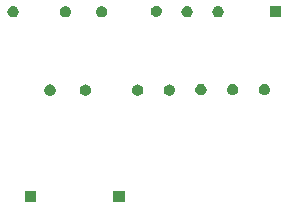
<source format=gbs>
G04 #@! TF.GenerationSoftware,KiCad,Pcbnew,(5.1.5)-3*
G04 #@! TF.CreationDate,2021-01-12T18:04:03+01:00*
G04 #@! TF.ProjectId,ndsbreakoutboard,6e647362-7265-4616-9b6f-7574626f6172,1.0*
G04 #@! TF.SameCoordinates,Original*
G04 #@! TF.FileFunction,Soldermask,Bot*
G04 #@! TF.FilePolarity,Negative*
%FSLAX46Y46*%
G04 Gerber Fmt 4.6, Leading zero omitted, Abs format (unit mm)*
G04 Created by KiCad (PCBNEW (5.1.5)-3) date 2021-01-12 18:04:03*
%MOMM*%
%LPD*%
G04 APERTURE LIST*
%ADD10C,0.100000*%
G04 APERTURE END LIST*
D10*
G36*
X89122000Y-79114400D02*
G01*
X88170000Y-79114400D01*
X88170000Y-78162400D01*
X89122000Y-78162400D01*
X89122000Y-79114400D01*
G37*
G36*
X96640400Y-79114400D02*
G01*
X95688400Y-79114400D01*
X95688400Y-78162400D01*
X96640400Y-78162400D01*
X96640400Y-79114400D01*
G37*
G36*
X93458443Y-69138292D02*
G01*
X93509188Y-69159311D01*
X93545070Y-69174174D01*
X93623032Y-69226267D01*
X93689333Y-69292568D01*
X93741426Y-69370530D01*
X93741426Y-69370531D01*
X93777308Y-69457157D01*
X93795600Y-69549117D01*
X93795600Y-69642883D01*
X93777308Y-69734843D01*
X93762468Y-69770669D01*
X93741426Y-69821470D01*
X93689333Y-69899432D01*
X93623032Y-69965733D01*
X93545070Y-70017826D01*
X93536924Y-70021200D01*
X93458443Y-70053708D01*
X93366483Y-70072000D01*
X93272717Y-70072000D01*
X93180757Y-70053708D01*
X93102276Y-70021200D01*
X93094130Y-70017826D01*
X93016168Y-69965733D01*
X92949867Y-69899432D01*
X92897774Y-69821470D01*
X92876732Y-69770669D01*
X92861892Y-69734843D01*
X92843600Y-69642883D01*
X92843600Y-69549117D01*
X92861892Y-69457157D01*
X92897774Y-69370531D01*
X92897774Y-69370530D01*
X92949867Y-69292568D01*
X93016168Y-69226267D01*
X93094130Y-69174174D01*
X93130012Y-69159311D01*
X93180757Y-69138292D01*
X93272717Y-69120000D01*
X93366483Y-69120000D01*
X93458443Y-69138292D01*
G37*
G36*
X100557743Y-69138292D02*
G01*
X100608488Y-69159311D01*
X100644370Y-69174174D01*
X100722332Y-69226267D01*
X100788633Y-69292568D01*
X100840726Y-69370530D01*
X100840726Y-69370531D01*
X100876608Y-69457157D01*
X100894900Y-69549117D01*
X100894900Y-69642883D01*
X100876608Y-69734843D01*
X100861768Y-69770669D01*
X100840726Y-69821470D01*
X100788633Y-69899432D01*
X100722332Y-69965733D01*
X100644370Y-70017826D01*
X100636224Y-70021200D01*
X100557743Y-70053708D01*
X100465783Y-70072000D01*
X100372017Y-70072000D01*
X100280057Y-70053708D01*
X100201576Y-70021200D01*
X100193430Y-70017826D01*
X100115468Y-69965733D01*
X100049167Y-69899432D01*
X99997074Y-69821470D01*
X99976032Y-69770669D01*
X99961192Y-69734843D01*
X99942900Y-69642883D01*
X99942900Y-69549117D01*
X99961192Y-69457157D01*
X99997074Y-69370531D01*
X99997074Y-69370530D01*
X100049167Y-69292568D01*
X100115468Y-69226267D01*
X100193430Y-69174174D01*
X100229312Y-69159311D01*
X100280057Y-69138292D01*
X100372017Y-69120000D01*
X100465783Y-69120000D01*
X100557743Y-69138292D01*
G37*
G36*
X97878043Y-69138292D02*
G01*
X97928788Y-69159311D01*
X97964670Y-69174174D01*
X98042632Y-69226267D01*
X98108933Y-69292568D01*
X98161026Y-69370530D01*
X98161026Y-69370531D01*
X98196908Y-69457157D01*
X98215200Y-69549117D01*
X98215200Y-69642883D01*
X98196908Y-69734843D01*
X98182068Y-69770669D01*
X98161026Y-69821470D01*
X98108933Y-69899432D01*
X98042632Y-69965733D01*
X97964670Y-70017826D01*
X97956524Y-70021200D01*
X97878043Y-70053708D01*
X97786083Y-70072000D01*
X97692317Y-70072000D01*
X97600357Y-70053708D01*
X97521876Y-70021200D01*
X97513730Y-70017826D01*
X97435768Y-69965733D01*
X97369467Y-69899432D01*
X97317374Y-69821470D01*
X97296332Y-69770669D01*
X97281492Y-69734843D01*
X97263200Y-69642883D01*
X97263200Y-69549117D01*
X97281492Y-69457157D01*
X97317374Y-69370531D01*
X97317374Y-69370530D01*
X97369467Y-69292568D01*
X97435768Y-69226267D01*
X97513730Y-69174174D01*
X97549612Y-69159311D01*
X97600357Y-69138292D01*
X97692317Y-69120000D01*
X97786083Y-69120000D01*
X97878043Y-69138292D01*
G37*
G36*
X90461243Y-69138292D02*
G01*
X90511988Y-69159311D01*
X90547870Y-69174174D01*
X90625832Y-69226267D01*
X90692133Y-69292568D01*
X90744226Y-69370530D01*
X90744226Y-69370531D01*
X90780108Y-69457157D01*
X90798400Y-69549117D01*
X90798400Y-69642883D01*
X90780108Y-69734843D01*
X90765268Y-69770669D01*
X90744226Y-69821470D01*
X90692133Y-69899432D01*
X90625832Y-69965733D01*
X90547870Y-70017826D01*
X90539724Y-70021200D01*
X90461243Y-70053708D01*
X90369283Y-70072000D01*
X90275517Y-70072000D01*
X90183557Y-70053708D01*
X90105076Y-70021200D01*
X90096930Y-70017826D01*
X90018968Y-69965733D01*
X89952667Y-69899432D01*
X89900574Y-69821470D01*
X89879532Y-69770669D01*
X89864692Y-69734843D01*
X89846400Y-69642883D01*
X89846400Y-69549117D01*
X89864692Y-69457157D01*
X89900574Y-69370531D01*
X89900574Y-69370530D01*
X89952667Y-69292568D01*
X90018968Y-69226267D01*
X90096930Y-69174174D01*
X90132812Y-69159311D01*
X90183557Y-69138292D01*
X90275517Y-69120000D01*
X90369283Y-69120000D01*
X90461243Y-69138292D01*
G37*
G36*
X108596843Y-69087492D02*
G01*
X108647588Y-69108511D01*
X108683470Y-69123374D01*
X108761432Y-69175467D01*
X108827733Y-69241768D01*
X108879826Y-69319730D01*
X108879826Y-69319731D01*
X108915708Y-69406357D01*
X108934000Y-69498317D01*
X108934000Y-69592083D01*
X108915708Y-69684043D01*
X108894689Y-69734788D01*
X108879826Y-69770670D01*
X108827733Y-69848632D01*
X108761432Y-69914933D01*
X108683470Y-69967026D01*
X108647588Y-69981889D01*
X108596843Y-70002908D01*
X108504883Y-70021200D01*
X108411117Y-70021200D01*
X108319157Y-70002908D01*
X108268412Y-69981889D01*
X108232530Y-69967026D01*
X108154568Y-69914933D01*
X108088267Y-69848632D01*
X108036174Y-69770670D01*
X108021311Y-69734788D01*
X108000292Y-69684043D01*
X107982000Y-69592083D01*
X107982000Y-69498317D01*
X108000292Y-69406357D01*
X108036174Y-69319731D01*
X108036174Y-69319730D01*
X108088267Y-69241768D01*
X108154568Y-69175467D01*
X108232530Y-69123374D01*
X108268412Y-69108511D01*
X108319157Y-69087492D01*
X108411117Y-69069200D01*
X108504883Y-69069200D01*
X108596843Y-69087492D01*
G37*
G36*
X105917143Y-69087492D02*
G01*
X105967888Y-69108511D01*
X106003770Y-69123374D01*
X106081732Y-69175467D01*
X106148033Y-69241768D01*
X106200126Y-69319730D01*
X106200126Y-69319731D01*
X106236008Y-69406357D01*
X106254300Y-69498317D01*
X106254300Y-69592083D01*
X106236008Y-69684043D01*
X106214989Y-69734788D01*
X106200126Y-69770670D01*
X106148033Y-69848632D01*
X106081732Y-69914933D01*
X106003770Y-69967026D01*
X105967888Y-69981889D01*
X105917143Y-70002908D01*
X105825183Y-70021200D01*
X105731417Y-70021200D01*
X105639457Y-70002908D01*
X105588712Y-69981889D01*
X105552830Y-69967026D01*
X105474868Y-69914933D01*
X105408567Y-69848632D01*
X105356474Y-69770670D01*
X105341611Y-69734788D01*
X105320592Y-69684043D01*
X105302300Y-69592083D01*
X105302300Y-69498317D01*
X105320592Y-69406357D01*
X105356474Y-69319731D01*
X105356474Y-69319730D01*
X105408567Y-69241768D01*
X105474868Y-69175467D01*
X105552830Y-69123374D01*
X105588712Y-69108511D01*
X105639457Y-69087492D01*
X105731417Y-69069200D01*
X105825183Y-69069200D01*
X105917143Y-69087492D01*
G37*
G36*
X103237443Y-69087492D02*
G01*
X103288188Y-69108511D01*
X103324070Y-69123374D01*
X103402032Y-69175467D01*
X103468333Y-69241768D01*
X103520426Y-69319730D01*
X103520426Y-69319731D01*
X103556308Y-69406357D01*
X103574600Y-69498317D01*
X103574600Y-69592083D01*
X103556308Y-69684043D01*
X103535289Y-69734788D01*
X103520426Y-69770670D01*
X103468333Y-69848632D01*
X103402032Y-69914933D01*
X103324070Y-69967026D01*
X103288188Y-69981889D01*
X103237443Y-70002908D01*
X103145483Y-70021200D01*
X103051717Y-70021200D01*
X102959757Y-70002908D01*
X102909012Y-69981889D01*
X102873130Y-69967026D01*
X102795168Y-69914933D01*
X102728867Y-69848632D01*
X102676774Y-69770670D01*
X102661911Y-69734788D01*
X102640892Y-69684043D01*
X102622600Y-69592083D01*
X102622600Y-69498317D01*
X102640892Y-69406357D01*
X102676774Y-69319731D01*
X102676774Y-69319730D01*
X102728867Y-69241768D01*
X102795168Y-69175467D01*
X102873130Y-69123374D01*
X102909012Y-69108511D01*
X102959757Y-69087492D01*
X103051717Y-69069200D01*
X103145483Y-69069200D01*
X103237443Y-69087492D01*
G37*
G36*
X94830043Y-62508892D02*
G01*
X94880788Y-62529911D01*
X94916670Y-62544774D01*
X94994632Y-62596867D01*
X95060933Y-62663168D01*
X95113026Y-62741130D01*
X95113026Y-62741131D01*
X95148908Y-62827757D01*
X95167200Y-62919717D01*
X95167200Y-63013483D01*
X95148908Y-63105443D01*
X95134068Y-63141269D01*
X95113026Y-63192070D01*
X95060933Y-63270032D01*
X94994632Y-63336333D01*
X94916670Y-63388426D01*
X94908524Y-63391800D01*
X94830043Y-63424308D01*
X94738083Y-63442600D01*
X94644317Y-63442600D01*
X94552357Y-63424308D01*
X94473876Y-63391800D01*
X94465730Y-63388426D01*
X94387768Y-63336333D01*
X94321467Y-63270032D01*
X94269374Y-63192070D01*
X94248332Y-63141269D01*
X94233492Y-63105443D01*
X94215200Y-63013483D01*
X94215200Y-62919717D01*
X94233492Y-62827757D01*
X94269374Y-62741131D01*
X94269374Y-62741130D01*
X94321467Y-62663168D01*
X94387768Y-62596867D01*
X94465730Y-62544774D01*
X94501612Y-62529911D01*
X94552357Y-62508892D01*
X94644317Y-62490600D01*
X94738083Y-62490600D01*
X94830043Y-62508892D01*
G37*
G36*
X104685243Y-62508892D02*
G01*
X104735988Y-62529911D01*
X104771870Y-62544774D01*
X104849832Y-62596867D01*
X104916133Y-62663168D01*
X104968226Y-62741130D01*
X104968226Y-62741131D01*
X105004108Y-62827757D01*
X105022400Y-62919717D01*
X105022400Y-63013483D01*
X105004108Y-63105443D01*
X104989268Y-63141269D01*
X104968226Y-63192070D01*
X104916133Y-63270032D01*
X104849832Y-63336333D01*
X104771870Y-63388426D01*
X104763724Y-63391800D01*
X104685243Y-63424308D01*
X104593283Y-63442600D01*
X104499517Y-63442600D01*
X104407557Y-63424308D01*
X104329076Y-63391800D01*
X104320930Y-63388426D01*
X104242968Y-63336333D01*
X104176667Y-63270032D01*
X104124574Y-63192070D01*
X104103532Y-63141269D01*
X104088692Y-63105443D01*
X104070400Y-63013483D01*
X104070400Y-62919717D01*
X104088692Y-62827757D01*
X104124574Y-62741131D01*
X104124574Y-62741130D01*
X104176667Y-62663168D01*
X104242968Y-62596867D01*
X104320930Y-62544774D01*
X104356812Y-62529911D01*
X104407557Y-62508892D01*
X104499517Y-62490600D01*
X104593283Y-62490600D01*
X104685243Y-62508892D01*
G37*
G36*
X102069043Y-62508892D02*
G01*
X102119788Y-62529911D01*
X102155670Y-62544774D01*
X102233632Y-62596867D01*
X102299933Y-62663168D01*
X102352026Y-62741130D01*
X102352026Y-62741131D01*
X102387908Y-62827757D01*
X102406200Y-62919717D01*
X102406200Y-63013483D01*
X102387908Y-63105443D01*
X102373068Y-63141269D01*
X102352026Y-63192070D01*
X102299933Y-63270032D01*
X102233632Y-63336333D01*
X102155670Y-63388426D01*
X102147524Y-63391800D01*
X102069043Y-63424308D01*
X101977083Y-63442600D01*
X101883317Y-63442600D01*
X101791357Y-63424308D01*
X101712876Y-63391800D01*
X101704730Y-63388426D01*
X101626768Y-63336333D01*
X101560467Y-63270032D01*
X101508374Y-63192070D01*
X101487332Y-63141269D01*
X101472492Y-63105443D01*
X101454200Y-63013483D01*
X101454200Y-62919717D01*
X101472492Y-62827757D01*
X101508374Y-62741131D01*
X101508374Y-62741130D01*
X101560467Y-62663168D01*
X101626768Y-62596867D01*
X101704730Y-62544774D01*
X101740612Y-62529911D01*
X101791357Y-62508892D01*
X101883317Y-62490600D01*
X101977083Y-62490600D01*
X102069043Y-62508892D01*
G37*
G36*
X91756643Y-62508892D02*
G01*
X91807388Y-62529911D01*
X91843270Y-62544774D01*
X91921232Y-62596867D01*
X91987533Y-62663168D01*
X92039626Y-62741130D01*
X92039626Y-62741131D01*
X92075508Y-62827757D01*
X92093800Y-62919717D01*
X92093800Y-63013483D01*
X92075508Y-63105443D01*
X92060668Y-63141269D01*
X92039626Y-63192070D01*
X91987533Y-63270032D01*
X91921232Y-63336333D01*
X91843270Y-63388426D01*
X91835124Y-63391800D01*
X91756643Y-63424308D01*
X91664683Y-63442600D01*
X91570917Y-63442600D01*
X91478957Y-63424308D01*
X91400476Y-63391800D01*
X91392330Y-63388426D01*
X91314368Y-63336333D01*
X91248067Y-63270032D01*
X91195974Y-63192070D01*
X91174932Y-63141269D01*
X91160092Y-63105443D01*
X91141800Y-63013483D01*
X91141800Y-62919717D01*
X91160092Y-62827757D01*
X91195974Y-62741131D01*
X91195974Y-62741130D01*
X91248067Y-62663168D01*
X91314368Y-62596867D01*
X91392330Y-62544774D01*
X91428212Y-62529911D01*
X91478957Y-62508892D01*
X91570917Y-62490600D01*
X91664683Y-62490600D01*
X91756643Y-62508892D01*
G37*
G36*
X109899200Y-63442600D02*
G01*
X108947200Y-63442600D01*
X108947200Y-62490600D01*
X109899200Y-62490600D01*
X109899200Y-63442600D01*
G37*
G36*
X87337043Y-62508892D02*
G01*
X87387788Y-62529911D01*
X87423670Y-62544774D01*
X87501632Y-62596867D01*
X87567933Y-62663168D01*
X87620026Y-62741130D01*
X87620026Y-62741131D01*
X87655908Y-62827757D01*
X87674200Y-62919717D01*
X87674200Y-63013483D01*
X87655908Y-63105443D01*
X87641068Y-63141269D01*
X87620026Y-63192070D01*
X87567933Y-63270032D01*
X87501632Y-63336333D01*
X87423670Y-63388426D01*
X87415524Y-63391800D01*
X87337043Y-63424308D01*
X87245083Y-63442600D01*
X87151317Y-63442600D01*
X87059357Y-63424308D01*
X86980876Y-63391800D01*
X86972730Y-63388426D01*
X86894768Y-63336333D01*
X86828467Y-63270032D01*
X86776374Y-63192070D01*
X86755332Y-63141269D01*
X86740492Y-63105443D01*
X86722200Y-63013483D01*
X86722200Y-62919717D01*
X86740492Y-62827757D01*
X86776374Y-62741131D01*
X86776374Y-62741130D01*
X86828467Y-62663168D01*
X86894768Y-62596867D01*
X86972730Y-62544774D01*
X87008612Y-62529911D01*
X87059357Y-62508892D01*
X87151317Y-62490600D01*
X87245083Y-62490600D01*
X87337043Y-62508892D01*
G37*
G36*
X99452843Y-62458092D02*
G01*
X99503588Y-62479111D01*
X99539470Y-62493974D01*
X99617432Y-62546067D01*
X99683733Y-62612368D01*
X99735826Y-62690330D01*
X99735826Y-62690331D01*
X99771708Y-62776957D01*
X99790000Y-62868917D01*
X99790000Y-62962683D01*
X99771708Y-63054643D01*
X99750689Y-63105388D01*
X99735826Y-63141270D01*
X99683733Y-63219232D01*
X99617432Y-63285533D01*
X99539470Y-63337626D01*
X99503588Y-63352489D01*
X99452843Y-63373508D01*
X99360883Y-63391800D01*
X99267117Y-63391800D01*
X99175157Y-63373508D01*
X99124412Y-63352489D01*
X99088530Y-63337626D01*
X99010568Y-63285533D01*
X98944267Y-63219232D01*
X98892174Y-63141270D01*
X98877311Y-63105388D01*
X98856292Y-63054643D01*
X98838000Y-62962683D01*
X98838000Y-62868917D01*
X98856292Y-62776957D01*
X98892174Y-62690331D01*
X98892174Y-62690330D01*
X98944267Y-62612368D01*
X99010568Y-62546067D01*
X99088530Y-62493974D01*
X99124412Y-62479111D01*
X99175157Y-62458092D01*
X99267117Y-62439800D01*
X99360883Y-62439800D01*
X99452843Y-62458092D01*
G37*
M02*

</source>
